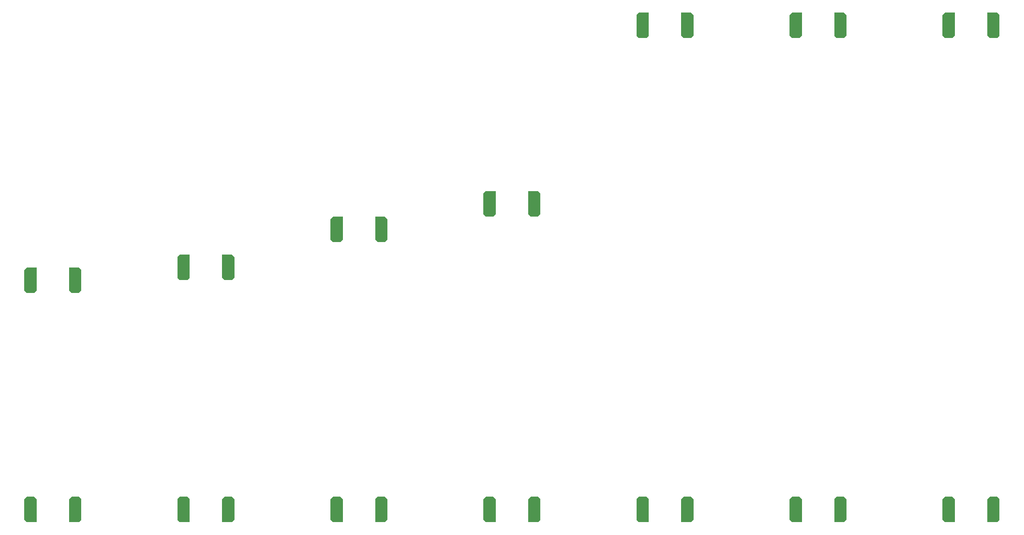
<source format=gbr>
%FSTAX66Y66*%
%MOMM*%
%SFA1B1*%

%IPPOS*%
%LNmtrl_0mm_thru_paste_bot-1*%
%LPD*%
G36*
X000111824998Y000060481972D02*
X000111342398Y000059999372D01*
X000109894598*
X000109411998Y000060481972*
Y000064516787*
X000109894598Y000064999387*
X000111824998*
Y000060481972*
G37*
G36*
X000090587982Y000059516365D02*
Y000055481575D01*
X000090105382Y000054998975*
X000088657582*
X000088174982Y000055481575*
Y000059998965*
X000090105382*
X000090587982Y000059516365*
G37*
G36*
X000081824982Y000055481575D02*
X000081342382Y000054998975D01*
X000079894582*
X000079411982Y000055481575*
Y000059516365*
X000079894582Y000059998965*
X000081824982*
Y000055481575*
G37*
G36*
X000060587991Y000052015974D02*
Y000047981184D01*
X000060105391Y000047498584*
X000058657591*
X000058174991Y000047981184*
Y000052498574*
X000060105391*
X000060587991Y000052015974*
G37*
G36*
X000051824991Y000047981184D02*
X000051342391Y000047498584D01*
X000049894591*
X000049411991Y000047981184*
Y000052015974*
X000049894591Y000052498574*
X000051824991*
Y000047981184*
G37*
G36*
X000030587975Y000049515776D02*
Y000045480986D01*
X000030105375Y000044998386*
X000028657575*
X000028174975Y000045480986*
Y000049998376*
X000030105375*
X000030587975Y000049515776*
G37*
G36*
X000021824975Y000045480986D02*
X000021342375Y000044998386D01*
X000019894575*
X000019411975Y000045480986*
Y000049515776*
X000019894575Y000049998376*
X000021824975*
Y000045480986*
G37*
G36*
X000111824998Y000004518406D02*
Y00000000099D01*
X000109894598*
X000109411998Y00000048359*
Y000004518406*
X000109894598Y000005001006*
X000111342398*
X000111824998Y000004518406*
G37*
G36*
X000090587982Y000004517999D02*
Y000000483184D01*
X000090105382Y000000000584*
X000088174982*
Y000004517999*
X000088657582Y000005000599*
X000090105382*
X000090587982Y000004517999*
G37*
G36*
X000081824982D02*
Y000000000584D01*
X000079894582*
X000079411982Y000000483184*
Y000004517999*
X000079894582Y000005000599*
X000081342382*
X000081824982Y000004517999*
G37*
G36*
X000060587991Y000004517593D02*
Y000000482777D01*
X000060105391Y000000000177*
X000058174991*
Y000004517593*
X000058657591Y000005000193*
X000060105391*
X000060587991Y000004517593*
G37*
G36*
X000051824991D02*
Y000000000177D01*
X000049894591*
X000049411991Y000000482777*
Y000004517593*
X000049894591Y000005000193*
X000051342391*
X000051824991Y000004517593*
G37*
G36*
X000030587975Y000004517186D02*
Y000000482396D01*
X000030105375Y-000000000177*
X000028174975*
Y000004517186*
X000028657575Y000004999786*
X000030105375*
X000030587975Y000004517186*
G37*
G36*
X000021824975D02*
Y-000000000177D01*
X000019894575*
X000019411975Y000000482396*
Y000004517186*
X000019894575Y000004999786*
X000021342375*
X000021824975Y000004517186*
G37*
G36*
X000120587998Y000004518406D02*
Y00000048359D01*
X000120105398Y00000000099*
X000118174998*
Y000004518406*
X000118657598Y000005001006*
X000120105398*
X000120587998Y000004518406*
G37*
G36*
X000141824989Y000004518787D02*
Y000000001397D01*
X000139894589*
X000139411989Y000000483997*
Y000004518787*
X000139894589Y000005001387*
X000141342389*
X000141824989Y000004518787*
G37*
G36*
X000150587989D02*
Y000000483997D01*
X000150105389Y000000001397*
X000148174989*
Y000004518787*
X000148657589Y000005001387*
X000150105389*
X000150587989Y000004518787*
G37*
G36*
X000171825005Y000004519193D02*
Y000000001803D01*
X000169894605*
X00016941198Y000000484403*
Y000004519193*
X000169894605Y000005001793*
X000171342405*
X000171825005Y000004519193*
G37*
G36*
X000180588005D02*
Y000000484403D01*
X000180105405Y000000001803*
X00017817498*
Y000004519193*
X000178657605Y000005001793*
X000180105405*
X000180588005Y000004519193*
G37*
G36*
X000201824996Y000004519803D02*
Y000000002387D01*
X000199894596*
X000199411996Y000000484987*
Y000004519803*
X000199894596Y000005002403*
X000201342396*
X000201824996Y000004519803*
G37*
G36*
X000210587996D02*
Y000000484987D01*
X000210105396Y000000002387*
X000208174996*
Y000004519803*
X000208657596Y000005002403*
X000210105396*
X000210587996Y000004519803*
G37*
G36*
X000120587998Y000064516787D02*
Y000060481972D01*
X000120105398Y000059999372*
X000118657598*
X000118174998Y000060481972*
Y000064999387*
X000120105398*
X000120587998Y000064516787*
G37*
G36*
X000141824989Y000095482384D02*
X000141342389Y000094999784D01*
X000139894589*
X000139411989Y000095482384*
Y0000995172*
X000139894589Y0000999998*
X000141824989*
Y000095482384*
G37*
G36*
X000150587989Y0000995172D02*
Y000095482384D01*
X000150105389Y000094999784*
X000148657589*
X000148174989Y000095482384*
Y0000999998*
X000150105389*
X000150587989Y0000995172*
G37*
G36*
X000171825005Y000095482791D02*
X000171342405Y000095000191D01*
X000169894605*
X00016941198Y000095482791*
Y000099517581*
X000169894605Y000100000181*
X000171825005*
Y000095482791*
G37*
G36*
X000180588005Y000099517581D02*
Y000095482791D01*
X000180105405Y000095000191*
X000178657605*
X00017817498Y000095482791*
Y000100000181*
X000180105405*
X000180588005Y000099517581*
G37*
G36*
X000201824996Y000095483375D02*
X000201342396Y000095000775D01*
X000199894596*
X000199411996Y000095483375*
Y00009951819*
X000199894596Y00010000079*
X000201824996*
Y000095483375*
G37*
G36*
X000210587996Y00009951819D02*
Y000095483375D01*
X000210105396Y000095000775*
X000208657596*
X000208174996Y000095483375*
Y00010000079*
X000210105396*
X000210587996Y00009951819*
G37*
M02*
</source>
